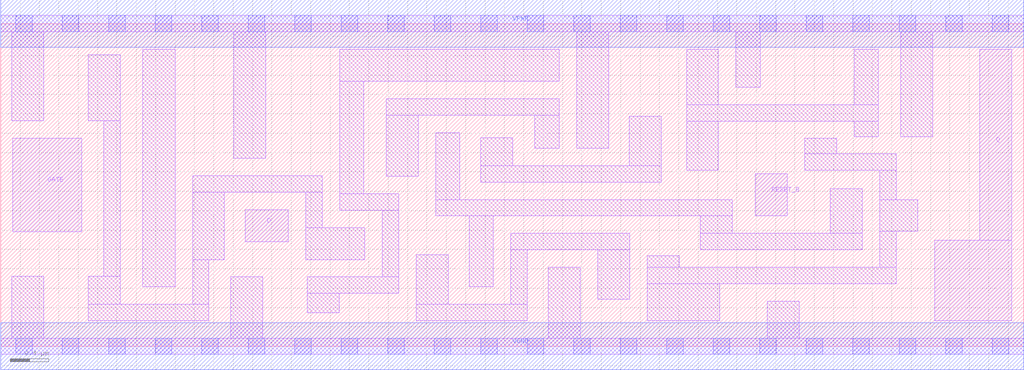
<source format=lef>
# Copyright 2020 The SkyWater PDK Authors
#
# Licensed under the Apache License, Version 2.0 (the "License");
# you may not use this file except in compliance with the License.
# You may obtain a copy of the License at
#
#     https://www.apache.org/licenses/LICENSE-2.0
#
# Unless required by applicable law or agreed to in writing, software
# distributed under the License is distributed on an "AS IS" BASIS,
# WITHOUT WARRANTIES OR CONDITIONS OF ANY KIND, either express or implied.
# See the License for the specific language governing permissions and
# limitations under the License.
#
# SPDX-License-Identifier: Apache-2.0

VERSION 5.7 ;
  NOWIREEXTENSIONATPIN ON ;
  DIVIDERCHAR "/" ;
  BUSBITCHARS "[]" ;
UNITS
  DATABASE MICRONS 200 ;
END UNITS
MACRO sky130_fd_sc_lp__dlrtp_lp
  CLASS CORE ;
  FOREIGN sky130_fd_sc_lp__dlrtp_lp ;
  ORIGIN  0.000000  0.000000 ;
  SIZE  10.56000 BY  3.330000 ;
  SYMMETRY X Y R90 ;
  SITE unit ;
  PIN D
    ANTENNAGATEAREA  0.318000 ;
    DIRECTION INPUT ;
    USE SIGNAL ;
    PORT
      LAYER li1 ;
        RECT 2.525000 1.080000 2.970000 1.410000 ;
    END
  END D
  PIN Q
    ANTENNADIFFAREA  0.619500 ;
    DIRECTION OUTPUT ;
    USE SIGNAL ;
    PORT
      LAYER li1 ;
        RECT  9.645000 0.265000 10.440000 1.095000 ;
        RECT 10.110000 1.095000 10.440000 3.065000 ;
    END
  END Q
  PIN RESET_B
    ANTENNAGATEAREA  0.504000 ;
    DIRECTION INPUT ;
    USE SIGNAL ;
    PORT
      LAYER li1 ;
        RECT 7.790000 1.345000 8.120000 1.780000 ;
    END
  END RESET_B
  PIN GATE
    ANTENNAGATEAREA  0.318000 ;
    DIRECTION INPUT ;
    USE CLOCK ;
    PORT
      LAYER li1 ;
        RECT 0.125000 1.180000 0.835000 2.150000 ;
    END
  END GATE
  PIN VGND
    DIRECTION INOUT ;
    USE GROUND ;
    PORT
      LAYER met1 ;
        RECT 0.000000 -0.245000 10.560000 0.245000 ;
    END
  END VGND
  PIN VPWR
    DIRECTION INOUT ;
    USE POWER ;
    PORT
      LAYER met1 ;
        RECT 0.000000 3.085000 10.560000 3.575000 ;
    END
  END VPWR
  OBS
    LAYER li1 ;
      RECT 0.000000 -0.085000 10.560000 0.085000 ;
      RECT 0.000000  3.245000 10.560000 3.415000 ;
      RECT 0.115000  0.085000  0.445000 0.725000 ;
      RECT 0.115000  2.330000  0.445000 3.245000 ;
      RECT 0.905000  0.265000  2.150000 0.435000 ;
      RECT 0.905000  0.435000  1.235000 0.725000 ;
      RECT 0.905000  2.330000  1.235000 3.010000 ;
      RECT 1.065000  0.725000  1.235000 2.330000 ;
      RECT 1.465000  0.615000  1.800000 3.065000 ;
      RECT 1.980000  0.435000  2.150000 0.895000 ;
      RECT 1.980000  0.895000  2.310000 1.590000 ;
      RECT 1.980000  1.590000  3.320000 1.760000 ;
      RECT 2.375000  0.085000  2.705000 0.715000 ;
      RECT 2.405000  1.940000  2.735000 3.245000 ;
      RECT 3.150000  0.895000  3.760000 1.225000 ;
      RECT 3.150000  1.225000  3.320000 1.590000 ;
      RECT 3.165000  0.345000  3.495000 0.545000 ;
      RECT 3.165000  0.545000  4.110000 0.715000 ;
      RECT 3.500000  1.405000  4.110000 1.575000 ;
      RECT 3.500000  1.575000  3.750000 2.735000 ;
      RECT 3.500000  2.735000  5.765000 3.065000 ;
      RECT 3.940000  0.715000  4.110000 1.405000 ;
      RECT 3.980000  1.755000  4.310000 2.385000 ;
      RECT 3.980000  2.385000  5.765000 2.555000 ;
      RECT 4.290000  0.265000  5.435000 0.435000 ;
      RECT 4.290000  0.435000  4.620000 0.945000 ;
      RECT 4.490000  1.345000  7.550000 1.515000 ;
      RECT 4.490000  1.515000  4.740000 2.205000 ;
      RECT 4.835000  0.615000  5.085000 1.345000 ;
      RECT 4.955000  1.695000  6.820000 1.865000 ;
      RECT 4.955000  1.865000  5.285000 2.155000 ;
      RECT 5.265000  0.435000  5.435000 0.995000 ;
      RECT 5.265000  0.995000  6.495000 1.165000 ;
      RECT 5.515000  2.045000  5.765000 2.385000 ;
      RECT 5.655000  0.085000  5.985000 0.815000 ;
      RECT 5.945000  2.045000  6.275000 3.245000 ;
      RECT 6.165000  0.485000  6.495000 0.995000 ;
      RECT 6.490000  1.865000  6.820000 2.375000 ;
      RECT 6.675000  0.265000  7.425000 0.645000 ;
      RECT 6.675000  0.645000  9.245000 0.815000 ;
      RECT 6.675000  0.815000  7.005000 0.935000 ;
      RECT 7.080000  1.815000  7.410000 2.325000 ;
      RECT 7.080000  2.325000  9.060000 2.495000 ;
      RECT 7.080000  2.495000  7.410000 3.065000 ;
      RECT 7.220000  0.995000  8.895000 1.165000 ;
      RECT 7.220000  1.165000  7.550000 1.345000 ;
      RECT 7.590000  2.675000  7.840000 3.245000 ;
      RECT 7.915000  0.085000  8.245000 0.465000 ;
      RECT 8.300000  1.815000  9.245000 1.985000 ;
      RECT 8.300000  1.985000  8.630000 2.145000 ;
      RECT 8.565000  1.165000  8.895000 1.625000 ;
      RECT 8.810000  2.165000  9.060000 2.325000 ;
      RECT 8.810000  2.495000  9.060000 3.065000 ;
      RECT 9.075000  0.815000  9.245000 1.185000 ;
      RECT 9.075000  1.185000  9.465000 1.515000 ;
      RECT 9.075000  1.515000  9.245000 1.815000 ;
      RECT 9.290000  2.165000  9.620000 3.245000 ;
    LAYER mcon ;
      RECT  0.155000 -0.085000  0.325000 0.085000 ;
      RECT  0.155000  3.245000  0.325000 3.415000 ;
      RECT  0.635000 -0.085000  0.805000 0.085000 ;
      RECT  0.635000  3.245000  0.805000 3.415000 ;
      RECT  1.115000 -0.085000  1.285000 0.085000 ;
      RECT  1.115000  3.245000  1.285000 3.415000 ;
      RECT  1.595000 -0.085000  1.765000 0.085000 ;
      RECT  1.595000  3.245000  1.765000 3.415000 ;
      RECT  2.075000 -0.085000  2.245000 0.085000 ;
      RECT  2.075000  3.245000  2.245000 3.415000 ;
      RECT  2.555000 -0.085000  2.725000 0.085000 ;
      RECT  2.555000  3.245000  2.725000 3.415000 ;
      RECT  3.035000 -0.085000  3.205000 0.085000 ;
      RECT  3.035000  3.245000  3.205000 3.415000 ;
      RECT  3.515000 -0.085000  3.685000 0.085000 ;
      RECT  3.515000  3.245000  3.685000 3.415000 ;
      RECT  3.995000 -0.085000  4.165000 0.085000 ;
      RECT  3.995000  3.245000  4.165000 3.415000 ;
      RECT  4.475000 -0.085000  4.645000 0.085000 ;
      RECT  4.475000  3.245000  4.645000 3.415000 ;
      RECT  4.955000 -0.085000  5.125000 0.085000 ;
      RECT  4.955000  3.245000  5.125000 3.415000 ;
      RECT  5.435000 -0.085000  5.605000 0.085000 ;
      RECT  5.435000  3.245000  5.605000 3.415000 ;
      RECT  5.915000 -0.085000  6.085000 0.085000 ;
      RECT  5.915000  3.245000  6.085000 3.415000 ;
      RECT  6.395000 -0.085000  6.565000 0.085000 ;
      RECT  6.395000  3.245000  6.565000 3.415000 ;
      RECT  6.875000 -0.085000  7.045000 0.085000 ;
      RECT  6.875000  3.245000  7.045000 3.415000 ;
      RECT  7.355000 -0.085000  7.525000 0.085000 ;
      RECT  7.355000  3.245000  7.525000 3.415000 ;
      RECT  7.835000 -0.085000  8.005000 0.085000 ;
      RECT  7.835000  3.245000  8.005000 3.415000 ;
      RECT  8.315000 -0.085000  8.485000 0.085000 ;
      RECT  8.315000  3.245000  8.485000 3.415000 ;
      RECT  8.795000 -0.085000  8.965000 0.085000 ;
      RECT  8.795000  3.245000  8.965000 3.415000 ;
      RECT  9.275000 -0.085000  9.445000 0.085000 ;
      RECT  9.275000  3.245000  9.445000 3.415000 ;
      RECT  9.755000 -0.085000  9.925000 0.085000 ;
      RECT  9.755000  3.245000  9.925000 3.415000 ;
      RECT 10.235000 -0.085000 10.405000 0.085000 ;
      RECT 10.235000  3.245000 10.405000 3.415000 ;
  END
END sky130_fd_sc_lp__dlrtp_lp
END LIBRARY

</source>
